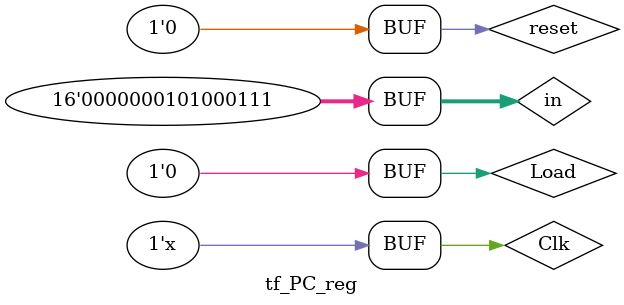
<source format=v>
`timescale 1ns / 1ps


module tf_PC_reg;

	// Inputs
	reg reset;
	reg Clk;
	reg Load;
	reg [15:0] in;

	// Outputs
	wire [15:0] PC_reg;

	// Instantiate the Unit Under Test (UUT)
	PC_reg uut (
		.reset(reset), 
		.Clk(Clk), 
		.PC_reg(PC_reg), 
		.Load(Load), 
		.in(in)
	);

	initial begin
		// Initialize Inputs
		reset = 0;
		Clk = 0;
		Load = 0;
		in = 0;

		// Wait 100 ns for global reset to finish
		#100;
        
		// Add stimulus here
		in = 327;
		
		#50
		Load = 1;
		#10
		Load = 0;
		#100
		reset = 1;
		#10 
		reset = 0;
		
		

	end
	
	always #5 Clk = ~Clk;
      
endmodule


</source>
